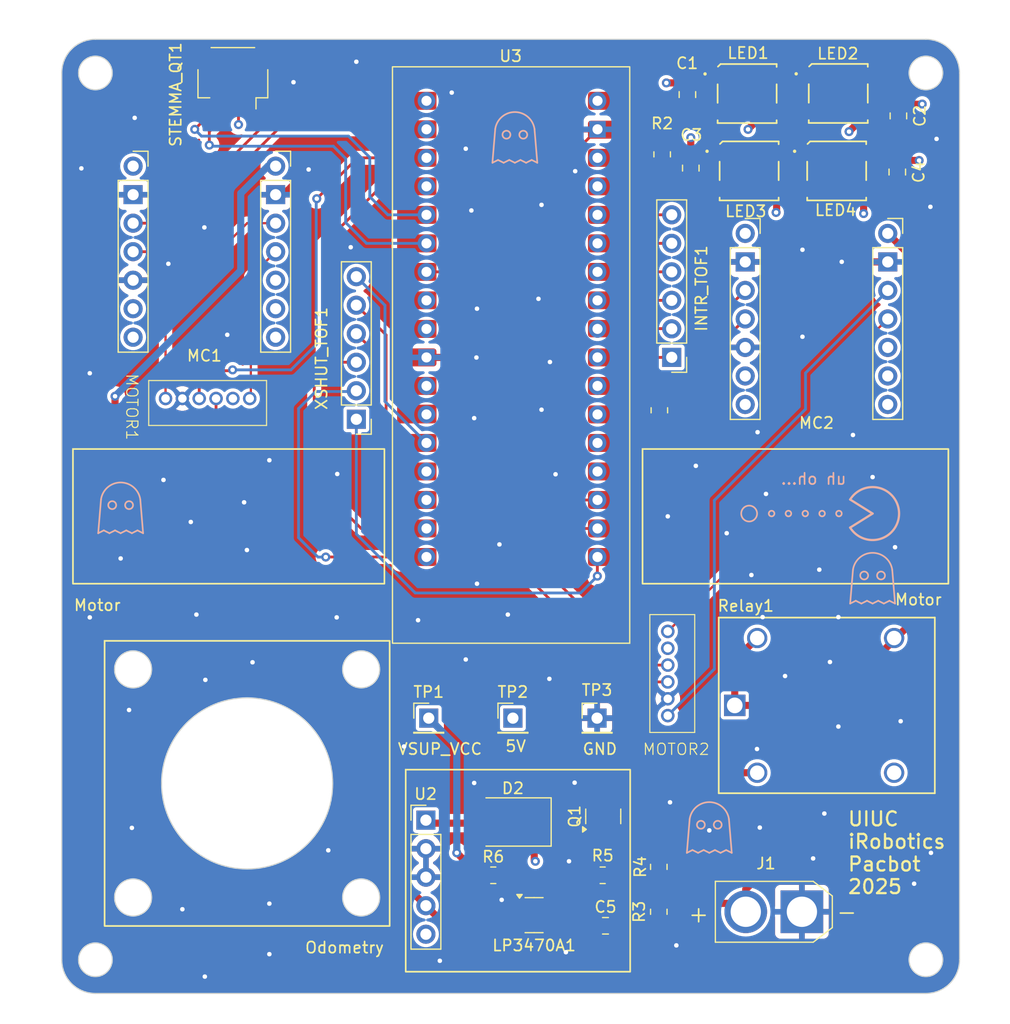
<source format=kicad_pcb>
(kicad_pcb (version 20240108) (generator "pcbnew") (generator_version "8.0")
  (layers (0 "F.Cu" power) (1 "In1.Cu" signal) (2 "In2.Cu" signal) (31 "B.Cu" power) (34 "B.Paste" user) (35 "F.Paste" user) (36 "B.SilkS" user "B.Silkscreen") (37 "F.SilkS" user "F.Silkscreen") (38 "B.Mask" user) (39 "F.Mask" user) (44 "Edge.Cuts" user))
  (net 0 "")
  (net 1 "/SERIAL_DATA_LINE")
  (net 2 "/+3.3V")
  (net 3 "/SERIAL_CLOCK_LINE")
  (net 4 "/GND")
  (net 5 "/INTR_TOF3")
  (net 6 "/INTR_TOF4")
  (net 7 "/INTR_TOF5")
  (net 8 "/INTR_TOF2")
  (net 9 "/INTR_TOF6")
  (net 10 "/INTR_TOF1")
  (net 11 "/BAT_12V")
  (net 12 "/12V")
  (net 13 "/MOTOR1_V-")
  (net 14 "/1_ENCA")
  (net 15 "/1_ENCB")
  (net 16 "/MOTOR1_V+")
  (net 17 "/MOTOR2_V-")
  (net 18 "/MOTOR2_V+")
  (net 19 "/2_ENCA")
  (net 20 "/2_ENCB")
  (net 22 "/5V")
  (net 23 "/IMU_INTR")
  (net 25 "Net-(D2-A)")
  (net 26 "/LED_DATA")
  (net 27 "/2_PWM2")
  (net 28 "/XSHUT_TOF2")
  (net 29 "/1_PWM2")
  (net 31 "/XSHUT_TOF6")
  (net 32 "/XSHUT_TOF1")
  (net 33 "/1_PWM1")
  (net 35 "/XSHUT_TOF5")
  (net 36 "/XSHUT_TOF3")
  (net 37 "/XSHUT_TOF4")
  (net 39 "/2_PWM1")
  (net 40 "Net-(LP3470A1-VCC)")
  (net 42 "Net-(LED1-DIN)")
  (net 43 "Net-(LED3-DOUT)")
  (net 44 "Net-(LED1-DOUT)")
  (net 45 "Net-(LED2-DOUT)")
  (net 64 "Net-(LP3470A1-RESET)")
  (net 65 "Net-(Q1-D)")
  (footprint "Capacitor_SMD:C_0805_2012Metric_Pad1.18x1.45mm_HandSolder" (layer "F.Cu") (at 160 140.25)
    (property "Reference" "C5")
    (property "Value" "0.1uF")
  )
  (footprint "Package_TO_SOT_SMD:SOT-23" (layer "F.Cu") (at 159.8 130.5 90)
    (property "Reference" "Q1")
    (property "Value" "NMOS")
  )
  (footprint "board1_footprints:Neopixels 5050" (layer "F.Cu") (at 172.8 73)
    (property "Reference" "LED3")
    (property "Value" "Neopixel")
  )
  (footprint "board1_footprints:J107" (layer "F.Cu") (at 171.517922 120.615 90)
    (property "Reference" "Relay1")
    (property "Value" "J107F1CS1224VDC.36")
  )
  (footprint "Capacitor_SMD:C_0805_2012Metric_Pad1.18x1.45mm_HandSolder" (layer "F.Cu") (at 167.3 66.2 -90)
    (property "Reference" "C1")
    (property "Value" "0.1uF")
  )
  (footprint "board1_footprints:DRV8876" (layer "F.Cu") (at 124.26 66.7175)
    (property "Reference" "MC1")
    (property "Value" "DRV8876")
  )
  (footprint "Connector_PinHeader_2.54mm:PinHeader_1x01_P2.54mm_Vertical" (layer "F.Cu") (at 144.25 121.75)
    (property "Reference" "TP1")
    (property "Value" "VSUP_VCC")
  )
  (footprint "Resistor_SMD:R_0805_2012Metric_Pad1.20x1.40mm_HandSolder" (layer "F.Cu") (at 164.8 94.325 90)
    (property "Reference" "R1" (hide yes))
    (property "Value" "4.7k")
  )
  (footprint "board1_footprints:ProS3_TH (1)" (layer "F.Cu") (at 151.69 87.075)
    (property "Reference" "U3")
    (property "Value" "ProS3")
  )
  (footprint "Resistor_SMD:R_0805_2012Metric_Pad1.20x1.40mm_HandSolder" (layer "F.Cu") (at 165.05 71.525 90)
    (property "Reference" "R2")
    (property "Value" "500")
  )
  (footprint "board1_footprints:Neopixels 5050" (layer "F.Cu") (at 172.62 66.11)
    (property "Reference" "LED1")
    (property "Value" "Neopixel")
  )
  (footprint "board1_footprints:DRV8876" (layer "F.Cu") (at 178.8 72.7075)
    (property "Reference" "MC2")
    (property "Value" "DRV8876")
  )
  (footprint "Resistor_SMD:R_0805_2012Metric" (layer "F.Cu") (at 150 135.75)
    (property "Reference" "R6")
    (property "Value" "10k")
  )
  (footprint "Resistor_SMD:R_0805_2012Metric" (layer "F.Cu") (at 159.75 135.75)
    (property "Reference" "R5")
    (property "Value" "10k")
  )
  (footprint "Connector_JST:JST_SH_SM04B-SRSS-TB_1x04-1MP_P1.00mm_Horizontal" (layer "F.Cu") (at 126.8 64.7 180)
    (property "Reference" "STEMMA_QT1")
    (property "Value" "TOF_STEMMA")
  )
  (footprint "Resistor_SMD:R_0805_2012Metric" (layer "F.Cu") (at 164.75 135 90)
    (property "Reference" "R4")
    (property "Value" "10k")
  )
  (footprint "Connector_PinHeader_2.54mm:PinHeader_1x06_P2.54mm_Vertical" (layer "F.Cu") (at 165.9 89.61 180)
    (property "Reference" "INTR_TOF1")
    (property "Value" "Conn_01x06_Socket2")
  )
  (footprint "Connector_PinHeader_2.54mm:PinHeader_1x01_P2.54mm_Vertical" (layer "F.Cu") (at 159.25 121.75)
    (property "Reference" "TP3")
    (property "Value" "GND")
  )
  (footprint "board1_footprints:Neopixels 5050" (layer "F.Cu") (at 180.6 73)
    (property "Reference" "LED4")
    (property "Value" "Neopixel")
  )
  (footprint "board1_footprints:ZH1.5-6" (layer "F.Cu") (at 128.3 93.275 -90)
    (property "Reference" "MOTOR1")
    (property "Value" "Conn_01x06_Pin")
  )
  (footprint "Connector_AMASS:AMASS_XT30U-M_1x02_P5.0mm_Vertical" (layer "F.Cu") (at 177.5 139 180)
    (property "Reference" "J1")
    (property "Value" "XT30 Male Connector")
  )
  (footprint "Diode_SMD:D_SMB" (layer "F.Cu") (at 151.5 131 180)
    (property "Reference" "D2")
    (property "Value" "D")
  )
  (footprint "Connector_PinHeader_2.54mm:PinHeader_1x05_P2.54mm_Vertical" (layer "F.Cu") (at 144 130.84)
    (property "Reference" "U2")
    (property "Value" "D24V50F5")
  )
  (footprint "Capacitor_SMD:C_0805_2012Metric_Pad1.18x1.45mm_HandSolder" (layer "F.Cu") (at 186.1 68.1 -90)
    (property "Reference" "C2")
    (property "Value" "0.1uF")
  )
  (footprint "Connector_PinHeader_2.54mm:PinHeader_1x06_P2.54mm_Vertical" (layer "F.Cu") (at 137.8 95.125 180)
    (property "Reference" "XSHUT_TOF1")
    (property "Value" "Conn_01x06_Socket" (hide yes))
  )
  (footprint "Capacitor_SMD:C_0805_2012Metric_Pad1.18x1.45mm_HandSolder" (layer "F.Cu") (at 167.6 72.75 -90)
    (property "Reference" "C3")
    (property "Value" "0.1uF")
  )
  (footprint "Connector_PinHeader_2.54mm:PinHeader_1x01_P2.54mm_Vertical" (layer "F.Cu") (at 151.75 121.75)
    (property "Reference" "TP2")
    (property "Value" "5V")
  )
  (footprint "board1_footprints:Neopixels 5050" (layer "F.Cu") (at 180.7413 66.1)
    (property "Reference" "LED2")
    (property "Value" "Neopixel")
  )
  (footprint "Resistor_SMD:R_0805_2012Metric" (layer "F.Cu") (at 164.75 139 -90)
    (property "Reference" "R3")
    (property "Value" "15k")
  )
  (footprint "Capacitor_SMD:C_0805_2012Metric_Pad1.18x1.45mm_HandSolder" (layer "F.Cu") (at 186 73.1 -90)
    (property "Reference" "C4")
    (property "Value" "0.1uF")
  )
  (footprint "board1_footprints:ZH1.5-6" (layer "F.Cu") (at 165.55 114.025)
    (property "Reference" "MOTOR2")
    (property "Value" "Conn_01x06_Pin")
  )
  (footprint "Package_TO_SOT_SMD:SOT-23-5" (layer "F.Cu") (at 153.6375 139.3)
    (property "Reference" "LP3470A1")
    (property "Value" "~")
  )
  (gr_line (start 167.5 130.75) (end 167.25 133.75) (stroke (width 0.15)) (layer "B.SilkS"))
  (gr_line (start 167.25 133.75) (end 167.75 133.5) (stroke (width 0.15)) (layer "B.SilkS"))
  (gr_line (start 170.75 133.5) (end 171.25 133.75) (stroke (width 0.15)) (layer "B.SilkS"))
  (gr_line (start 150.925 72.275) (end 151.425 72.025) (stroke (width 0.15)) (layer "B.SilkS"))
  (gr_line (start 115.799999 105.275) (end 116.299999 105.025) (stroke (width 0.15)) (layer "B.SilkS"))
  (gr_line (start 117.799999 105.275) (end 118.299999 105.025) (stroke (width 0.15)) (layer "B.SilkS"))
  (gr_line (start 171 130.75) (end 171.25 133.75) (stroke (width 0.15)) (layer "B.SilkS"))
  (gr_circle (center 183.05 109.042766) (end 182.8 108.792766) (stroke (width 0.15)) (fill none) (layer "B.SilkS"))
  (gr_arc (start 150.175001 69.275) (mid 151.925 67.757234) (end 153.674999 69.275) (stroke (width 0.15)) (layer "B.SilkS"))
  (gr_arc (start 181.8 102.275) (mid 186.158493 103.525) (end 181.8 104.775) (stroke (width 0.2)) (layer "B.SilkS"))
  (gr_line (start 181.8 111.542766) (end 182.3 111.292766) (stroke (width 0.15)) (layer "B.SilkS"))
  (gr_line (start 185.3 111.292766) (end 185.8 111.542766) (stroke (width 0.15)) (layer "B.SilkS"))
  (gr_arc (start 115.05 102.275) (mid 116.799999 100.757234) (end 118.549998 102.275) (stroke (width 0.15)) (layer "B.SilkS"))
  (gr_line (start 149.925 72.275) (end 150.425 72.025) (stroke (width 0.15)) (layer "B.SilkS"))
  (gr_line (start 116.799999 105.275) (end 117.299999 105.025) (stroke (width 0.15)) (layer "B.SilkS"))
  (gr_circle (center 174.8 103.525) (end 174.8 103.275) (stroke (width 0.15)) (fill none) (layer "B.SilkS"))
  (gr_line (start 183.3 111.292766) (end 183.8 111.542766) (stroke (width 0.15)) (layer "B.SilkS"))
  (gr_line (start 168.75 133.5) (end 169.25 133.75) (stroke (width 0.15)) (layer "B.SilkS"))
  (gr_arc (start 182.050001 108.542766) (mid 183.8 107.025) (end 185.549999 108.542766) (stroke (width 0.15)) (layer "B.SilkS"))
  (gr_arc (start 167.500001 130.75) (mid 169.25 129.232234) (end 170.999999 130.75) (stroke (width 0.15)) (layer "B.SilkS"))
  (gr_circle (center 180.8 103.525) (end 180.55 103.525) (stroke (width 0.15)) (fill none) (layer "B.SilkS"))
  (gr_circle (center 152.675 69.775) (end 152.425 69.525) (stroke (width 0.15)) (fill none) (layer "B.SilkS"))
  (gr_line (start 185.55 108.542766) (end 185.8 111.542766) (stroke (width 0.15)) (layer "B.SilkS"))
  (gr_circle (center 184.55 109.042766) (end 184.3 108.792766) (stroke (width 0.15)) (fill none) (layer "B.SilkS"))
  (gr_line (start 170.25 133.75) (end 170.75 133.5) (stroke (width 0.15)) (layer "B.SilkS"))
  (gr_line (start 152.925 72.275) (end 153.425 72.025) (stroke (width 0.15)) (layer "B.SilkS"))
  (gr_line (start 117.299999 105.025) (end 117.799999 105.275) (stroke (width 0.15)) (layer "B.SilkS"))
  (gr_line (start 183.8 111.542766) (end 184.3 111.292766) (stroke (width 0.15)) (layer "B.SilkS"))
  (gr_line (start 150.175 69.275) (end 149.925 72.275) (stroke (width 0.15)) (layer "B.SilkS"))
  (gr_line (start 114.799999 105.275) (end 115.299999 105.025) (stroke (width 0.15)) (layer "B.SilkS"))
  (gr_line (start 153.425 72.025) (end 153.925 72.275) (stroke (width 0.15)) (layer "B.SilkS"))
  (gr_line (start 151.925 72.275) (end 152.425 72.025) (stroke (width 0.15)) (layer "B.SilkS"))
  (gr_circle (center 179.3 103.525) (end 179.05 103.525) (stroke (width 0.15)) (fill none) (layer "B.SilkS"))
  (gr_line (start 167.75 133.5) (end 168.25 133.75) (stroke (width 0.15)) (layer "B.SilkS"))
  (gr_line (start 151.425 72.025) (end 151.925 72.275) (stroke (width 0.15)) (layer "B.SilkS"))
  (gr_line (start 152.425 72.025) (end 152.925 72.275) (stroke (width 0.15)) (layer "B.SilkS"))
  (gr_line (start 169.75 133.5) (end 170.25 133.75) (stroke (width 0.15)) (layer "B.SilkS"))
  (gr_line (start 115.049999 102.275) (end 114.799999 105.275) (stroke (width 0.15)) (layer "B.SilkS"))
  (gr_circle (center 176.3 103.525) (end 176.05 103.525) (stroke (width 0.15)) (fill none) (layer "B.SilkS"))
  (gr_line (start 182.05 108.542766) (end 181.8 111.542766) (stroke (width 0.15)) (layer "B.SilkS"))
  (gr_circle (center 116.049999 102.775) (end 115.799999 102.525) (stroke (width 0.15)) (fill none) (layer "B.SilkS"))
  (gr_line (start 118.299999 105.025) (end 118.799999 105.275) (stroke (width 0.15)) (layer "B.SilkS"))
  (gr_line (start 184.8 111.542766) (end 185.3 111.292766) (stroke (width 0.15)) (layer "B.SilkS"))
  (gr_line (start 168.25 133.75) (end 168.75 133.5) (stroke (width 0.15)) (layer "B.SilkS"))
  (gr_line (start 184.3 111.292766) (end 184.8 111.542766) (stroke (width 0.15)) (layer "B.SilkS"))
  (gr_line (start 150.425 72.025) (end 150.925 72.275) (stroke (width 0.15)) (layer "B.SilkS"))
  (gr_line (start 181.8 102.275) (end 183.8 103.525) (stroke (width 0.2)) (layer "B.SilkS"))
  (gr_line (start 182.8 111.542766) (end 183.3 111.292766) (stroke (width 0.15)) (layer "B.SilkS"))
  (gr_line (start 182.3 111.292766) (end 182.8 111.542766) (stroke (width 0.15)) (layer "B.SilkS"))
  (gr_circle (center 168.5 131.25) (end 168.25 131) (stroke (width 0.15)) (fill none) (layer "B.SilkS"))
  (gr_line (start 118.549999 102.275) (end 118.799999 105.275) (stroke (width 0.15)) (layer "B.SilkS"))
  (gr_line (start 153.675 69.275) (end 153.925 72.275) (stroke (width 0.15)) (layer "B.SilkS"))
  (gr_line (start 115.299999 105.025) (end 115.799999 105.275) (stroke (width 0.15)) (layer "B.SilkS"))
  (gr_line (start 181.8 104.775) (end 183.8 103.525) (stroke (width 0.2)) (layer "B.SilkS"))
  (gr_circle (center 170 131.25) (end 169.75 131) (stroke (width 0.15)) (fill none) (layer "B.SilkS"))
  (gr_line (start 169.25 133.75) (end 169.75 133.5) (stroke (width 0.15)) (layer "B.SilkS"))
  (gr_circle (center 172.8 103.525) (end 172.3 103.025) (stroke (width 0.15)) (fill none) (layer "B.SilkS"))
  (gr_circle (center 177.8 103.525) (end 177.55 103.525) (stroke (width 0.15)) (fill none) (layer "B.SilkS"))
  (gr_line (start 116.299999 105.025) (end 116.799999 105.275) (stroke (width 0.15)) (layer "B.SilkS"))
  (gr_circle (center 151.175 69.775) (end 150.925 69.525) (stroke (width 0.15)) (fill none) (layer "B.SilkS"))
  (gr_circle (center 117.549999 102.775) (end 117.299999 102.525) (stroke (width 0.15)) (fill none) (layer "B.SilkS"))
  (gr_rect (start 112.55 97.775) (end 140.3 109.775) (stroke (width 0.15)) (fill none) (layer "F.SilkS"))
  (gr_rect (start 163.3 97.775) (end 190.55 109.775) (stroke (width 0.15)) (fill none) (layer "F.SilkS"))
  (gr_rect (start 115.37 114.865) (end 140.77 140.265) (stroke (width 0.15)) (fill none) (layer "F.SilkS"))
  (gr_rect (start 142.2 126.34) (end 162.2 144.34) (stroke (width 0.15)) (fill none) (layer "F.SilkS"))
  (gr_line (start 188.55 146.275) (end 114.55 146.275) (stroke (width 0.1)) (layer "Edge.Cuts"))
  (gr_arc (start 188.55 61.275) (mid 190.67132 62.15368) (end 191.55 64.275) (stroke (width 0.1)) (layer "Edge.Cuts"))
  (gr_line (start 114.55 61.275) (end 188.55 61.275) (stroke (width 0.1)) (layer "Edge.Cuts"))
  (gr_circle (center 128.07 127.565) (end 135.69 127.565) (stroke (width 0.1)) (fill none) (layer "Edge.Cuts"))
  (gr_line (start 111.55 143.275) (end 111.55 64.275) (stroke (width 0.1)) (layer "Edge.Cuts"))
  (gr_circle (center 138.23 117.405) (end 139.881 117.405) (stroke (width 0.1)) (fill none) (layer "Edge.Cuts"))
  (gr_circle (center 117.91 137.725) (end 119.561 137.725) (stroke (width 0.1)) (fill none) (layer "Edge.Cuts"))
  (gr_line (start 191.55 64.275) (end 191.55 143.275) (stroke (width 0.1)) (layer "Edge.Cuts"))
  (gr_circle (center 114.55 143.275) (end 116.05 143.275) (stroke (width 0.1)) (fill none) (layer "Edge.Cuts"))
  (gr_circle (center 114.55 64.275) (end 116.05 64.275) (stroke (width 0.1)) (fill none) (layer "Edge.Cuts"))
  (gr_circle (center 117.91 117.405) (end 119.561 117.405) (stroke (width 0.1)) (fill none) (layer "Edge.Cuts"))
  (gr_arc (start 191.55 143.275) (mid 190.67132 145.39632) (end 188.55 146.275) (stroke (width 0.1)) (layer "Edge.Cuts"))
  (gr_circle (center 188.55 64.275) (end 190.05 64.275) (stroke (width 0.1)) (fill none) (layer "Edge.Cuts"))
  (gr_arc (start 114.55 146.275) (mid 112.42868 145.39632) (end 111.55 143.275) (stroke (width 0.1)) (layer "Edge.Cuts"))
  (gr_circle (center 188.55 143.275) (end 190.05 143.275) (stroke (width 0.1)) (fill none) (layer "Edge.Cuts"))
  (gr_arc (start 111.55 64.275) (mid 112.42868 62.15368) (end 114.55 61.275) (stroke (width 0.1)) (layer "Edge.Cuts"))
  (gr_circle (center 138.23 137.725) (end 139.881 137.725) (stroke (width 0.1)) (fill none) (layer "Edge.Cuts"))
  (gr_text "uh oh..." (at 181.55 101.025 0) (layer "B.SilkS") (effects (font (size 1 1)) (justify left bottom mirror)))
  (gr_text "VSUP_VCC\n" (at 145.25 124.5 0) (layer "F.SilkS") (effects (font (size 1 1))))
  (gr_text "Odometry" (at 133.15 142.775 0) (layer "F.SilkS") (effects (font (size 1 1)) (justify left bottom)))
  (gr_text "GND" (at 159.5 124.5 0) (layer "F.SilkS") (effects (font (size 1 1))))
  (gr_text "Motor" (at 112.55 112.275 0) (layer "F.SilkS") (effects (font (size 1 1)) (justify left bottom)))
  (gr_text "Motor" (at 190.05 111.775 0) (layer "F.SilkS") (effects (font (size 1 1)) (justify right bottom)))
  (gr_text "5V" (at 152 124.25 0) (layer "F.SilkS") (effects (font (size 1 1))))
  (gr_text "UIUC\niRobotics\nPacbot\n2025" (at 181.5 137.5 0) (layer "F.SilkS") (effects (font (size 1.25 1.25) (thickness 0.2)) (justify left bottom)))
  (segment (start 124.7 69.5) (end 126.3 67.9) (width 0.25) (layer "F.Cu") (net 1))
  (segment (start 126.3 67.9) (end 126.3 66.7) (width 0.25) (layer "F.Cu") (net 1))
  (segment (start 124.7 70.7) (end 124.7 69.5) (width 0.25) (layer "F.Cu") (net 1))
  (via (at 124.7 70.7) (size 0.8) (drill 0.4) (layers "F.Cu" "B.Cu") (net 1))
  (segment (start 136.85 77.6) (end 138.705 79.455) (width 0.25) (layer "B.Cu") (net 1))
  (segment (start 124.7 70.7) (end 124.8 70.8) (width 0.25) (layer "B.Cu") (net 1))
  (segment (start 135.75 70.8) (end 136.85 71.9) (width 0.25) (layer "B.Cu") (net 1))
  (segment (start 138.705 79.455) (end 144.05 79.455) (width 0.25) (layer "B.Cu") (net 1))
  (segment (start 124.8 70.8) (end 135.75 70.8) (width 0.25) (layer "B.Cu") (net 1))
  (segment (start 136.85 71.9) (end 136.85 77.6) (width 0.25) (layer "B.Cu") (net 1))
  (segment (start 127.3 68.875) (end 127.3 66.7) (width 0.254) (layer "F.Cu") (net 2))
  (segment (start 159.595 95) (end 159.29 94.695) (width 0.254) (layer "F.Cu") (net 2))
  (segment (start 164.475 95) (end 159.595 95) (width 0.5) (layer "F.Cu") (net 2))
  (via (at 127.3 68.875) (size 0.8) (drill 0.4) (layers "F.Cu" "B.Cu") (net 2))
  (segment (start 123.4 69.3) (end 125.3 67.4) (width 0.25) (layer "F.Cu") (net 3))
  (segment (start 125.3 67.4) (end 125.3 66.7) (width 0.25) (layer "F.Cu") (net 3))
  (via (at 123.4 69.3) (size 0.8) (drill 0.4) (layers "F.Cu" "B.Cu") (net 3))
  (segment (start 140.615 76.915) (end 144.05 76.915) (width 0.25) (layer "B.Cu") (net 3))
  (segment (start 124 69.9) (end 137.1 69.9) (width 0.25) (layer "B.Cu") (net 3))
  (segment (start 139 75.3) (end 140.615 76.915) (width 0.25) (layer "B.Cu") (net 3))
  (segment (start 137.1 69.9) (end 139 71.8) (width 0.25) (layer "B.Cu") (net 3))
  (segment (start 123.4 69.3) (end 124 69.9) (width 0.25) (layer "B.Cu") (net 3))
  (segment (start 139 71.8) (end 139 75.3) (width 0.25) (layer "B.Cu") (net 3))
  (segment (start 132.2 65.1) (end 130.6 66.7) (width 0.25) (layer "F.Cu") (net 4))
  (segment (start 130.61 75.1175) (end 131.3075 75.1175) (width 0.635) (layer "F.Cu") (net 4))
  (segment (start 177.75 138.75) (end 177.5 139) (width 0.635) (layer "F.Cu") (net 4))
  (segment (start 157.3 71.285) (end 159.29 69.295) (width 0.254) (layer "F.Cu") (net 4))
  (segment (start 131.3075 75.1175) (end 133.55 72.875) (width 0.635) (layer "F.Cu") (net 4))
  (segment (start 150.75 137.938408) (end 152.111592 139.3) (width 0.25) (layer "F.Cu") (net 4))
  (segment (start 176.0375 137.5375) (end 177.5 139) (width 0.635) (layer "F.Cu") (net 4))
  (segment (start 130.6 66.7) (end 128.3 66.7) (width 0.25) (layer "F.Cu") (net 4))
  (segment (start 185.15 81.1075) (end 181.0575 81.1075) (width 0.635) (layer "F.Cu") (net 4))
  (segment (start 144.05 89.615) (end 148.49 89.615) (width 0.635) (layer "F.Cu") (net 4))
  (segment (start 152.111592 139.3) (end 152.5 139.3) (width 0.25) (layer "F.Cu") (net 4))
  (segment (start 177.35 138.975) (end 178.5 137.825) (width 0.635) (layer "F.Cu") (net 4))
  (segment (start 148.49 89.615) (end 148.5 89.625) (width 0.635) (layer "F.Cu") (net 4))
  (segment (start 159.32 69.325) (end 159.29 69.295) (width 0.254) (layer "F.Cu") (net 4))
  (segment (start 160.19 69.325) (end 159.32 69.325) (width 0.254) (layer "F.Cu") (net 4))
  (segment (start 181.0575 81.1075) (end 181.05 81.1) (width 0.635) (layer "F.Cu") (net 4))
  (segment (start 157.3 73.025) (end 157.3 71.285) (width 0.254) (layer "F.Cu") (net 4))
  (via (at 123.05 104.275) (size 0.8) (drill 0.4) (layers "F.Cu" "B.Cu") (net 4))
  (via (at 121.05 81.275) (size 0.8) (drill 0.4) (layers "F.Cu" "B.Cu") (net 4))
  (via (at 183.8 100.275) (size 0.8) (drill 0.4) (layers "F.Cu" "B.Cu") (net 4))
  (via (at 127.8 102.525) (size 0.8) (drill 0.4) (layers "F.Cu" "B.Cu") (net 4))
  (via (at 133.55 72.875) (size 0.8) (drill 0.4) (layers "F.Cu" "B.Cu") (net 4))
  (via (at 179.05 108.525) (size 0.8) (drill 0.4) (layers "F.Cu" "B.Cu") (net 4))
  (via (at 165.75 129.25) (size 0.8) (drill 0.4) (layers "F.Cu" "B.Cu") (net 4))
  (via (at 124.3 144.775) (size 0.8) (drill 0.4) (layers "F.Cu" "B.Cu") (net 4))
  (via (at 173.55 96.275) (size 0.8) (drill 0.4) (layers "F.Cu" "B.Cu") (net 4))
  (via (at 177.55 87.775) (size 0.8) (drill 0.4) (layers "F.Cu" "B.Cu") (net 4))
  (via (at 179.5 130.25) (size 0.8) (drill 0.4) (layers "F.Cu" "B.Cu") (net 4))
  (via (at 118.05 68.275) (size 0.8) (drill 0.4) (layers "F.Cu" "B.Cu") (net 4))
  (via (at 147.55 71.025) (size 0.8) (drill 0.4) (layers "F.Cu" "B.Cu") (net 4))
  (via (at 156.75 134.5) (size 0.8) (drill 0.4) (layers "F.Cu" "B.Cu") (net 4))
  (via (at 157.25 127.5) (size 0.8) (drill 0.4) (layers "F.Cu" "B.Cu") (net 4))
  (via (at 154.028803 84.397554) (size 0.8) (drill 0.4) (layers "F.Cu" "B.Cu") (net 4))
  (via (at 188.95 76.2) (size 0.8) (drill 0.4) (layers "F.Cu" "B.Cu") (net 4))
  (via (at 177.55 80.025) (size 0.8) (drill 0.4) (layers "F.Cu" "B.Cu") (net 4))
  (via (at 126.3 87.6) (size 0.8) (drill 0.4) (layers "F.Cu" "B.Cu") (net 4))
  (via (at 123.55 112.525) (size 0.8) (drill 0.4) (layers "F.Cu" "B.Cu") (net 4))
  (via (at 130.05 98.775) (size 0.8) (drill 0.4) (layers "F.Cu" "B.Cu") (net 4))
  (via (at 146.3 66.025) (size 0.8) (drill 0.4) (layers "F.Cu" "B.Cu") (net 4))
  (via (at 154.3 76.025) (size 0.8) (drill 0.4) (layers "F.Cu" "B.Cu") (net 4))
  (via (at 148.5 89.625) (size 0.8) (drill 0.4) (layers "F.Cu" "B.Cu") (net 4))
  (via (at 136.05 112.775) (size 0.8) (drill 0.4) (layers "F.Cu" "B.Cu") (net 4))
  (via (at 180.75 122.5) (size 0.8) (drill 0.4) (layers "F.Cu" "B.Cu") (net 4))
  (via (at 156.472843 142.601467) (size 0.8) (drill 0.4) (layers "F.Cu" "B.Cu") (net 4))
  (via (at 150.55 106.275) (size 0.8) (drill 0.4) (layers "F.Cu" "B.Cu") (net 4))
  (via (at 186.3 122.025) (size 0.8) (drill 0.4) (layers "F.Cu" "B.Cu") (net 4))
  (via (at 130.05 138.275) (size 0.8) (drill 0.4) (layers "F.Cu" "B.Cu") (net 4))
  (via (at 116.8 107.525) (size 0.8) (drill 0.4) (layers "F.Cu" "B.Cu") (net 4))
  (via (at 181.05 81.1) (size 0.8) (drill 0.4) (layers "F.Cu" "B.Cu") (net 4))
  (via (at 185.8 106.525) (size 0.8) (drill 0.4) (layers "F.Cu" "B.Cu") (net 4))
  (via (at 148.05 76.525) (size 0.8) (drill 0.4) (layers "F.Cu" "B.Cu") (net 4))
  (via (at 132.2 65.1) (size 0.8) (drill 0.4) (layers "F.Cu" "B.Cu") (net 4))
  (via (at 189 133.75) (size 0.8) (drill 0.4) (layers "F.Cu" "B.Cu") (net 4))
  (via (at 117.8 131.525) (size 0.8) (drill 0.4) (layers "F.Cu" "B.Cu") (net 4))
  (via (at 124.347233 118.340958) (size 0.8) (drill 0.4) (layers "F.Cu" "B.Cu") (net 4))
  (via (at 187.5 136.5) (size 0.8) (drill 0.4) (layers "F.Cu" "B.Cu") (net 4))
  (via (at 189.5 70.15) (size 0.8) (drill 0.4) (layers "F.Cu" "B.Cu") (net 4))
  (via (at 174.3 101.775) (size 0.8) (drill 0.4) (layers "F.Cu" "B.Cu") (net 4))
  (via (at 114.05 91.025) (size 0.8) (drill 0.4) (layers "F.Cu" "B.Cu") (net 4))
  (via (at 173.5 124.5) (size 0.8) (drill 0.4) (layers "F.Cu" "B.Cu") (net 4))
  (via (at 154.3 94.275) (size 0.8) (drill 0.4) (layers "F.Cu" "B.Cu") (net 4))
  (via (at 173 109) (size 0.8) (drill 0.4) (layers "F.Cu" "B.Cu") (net 4))
  (via (at 122.3 138.775) (size 0.8) (drill 0.4) (layers "F.Cu" "B.Cu") (net 4))
  (via (at 114.05 112.775) (size 0.8) (drill 0.4) (layers "F.Cu" "B.Cu") (net 4))
  (via (at 165.55 103.775) (size 0.8) (drill 0.4) (layers "F.Cu" "B.Cu") (net 4))
  (via (at 155.55 100.025) (size 0.8) (drill 0.4) (layers "F.Cu" "B.Cu") (net 4))
  (via (at 169.25 131.75) (size 0.8) (drill 0.4) (layers "F.Cu" "B.Cu") (net 4))
  (via (at 135.3 133.525) (size 0.8) (drill 0.4) (layers "F.Cu" "B.Cu") (net 4))
  (via (at 137.3 79.8) (size 0.8) (drill 0.4) (layers "F.Cu" "B.Cu") (net 4))
  (via (at 178.5 134.25) (size 0.8) (drill 0.4) (layers "F.Cu" "B.Cu") (net 4))
  (via (at 155.05 90.025) (size 0.8) (drill 0.4) (layers "F.Cu" "B.Cu") (net 4))
  (via (at 128.55 116.775) (size 0.8) (drill 0.4) (layers "F.Cu" "B.Cu") (net 4))
  (via (at 168.05 99.275) (size 0.8) (drill 0.4) (layers "F.Cu" "B.Cu") (net 4))
  (via (at 142.05 124.275) (size 0.8) (drill 0.4) (layers "F.Cu" "B.Cu") (net 4))
  (via (at 113.3 72.775) (size 0.8) (drill 0.4) (layers "F.Cu" "B.Cu") (net 4))
  (via (at 150.75 137.938408) (size 0.8) (drill 0.4) (layers "F.Cu" "B.Cu") (net 4))
  (via (at 176 118) (size 0.8) (drill 0.4) (layers "F.Cu" "B.Cu") (net 4))
  (via (at 182.05 96.525) (size 0.8) (drill 0.4) (layers "F.Cu" "B.Cu") (net 4))
  (via (at 155 118.25) (size 0.8) (drill 0.4) (layers "F.Cu" "B.Cu") (net 4))
  (via (at 157.3 73.025) (size 0.8) (drill 0.4) (layers "F.Cu" "B.Cu") (net 4))
  (via (at 148.55 85.275) (size 0.8) (drill 0.4) (layers "F.Cu" "B.Cu") (net 4))
  (via (at 120.616501 100.529891) (size 0.8) (drill 0.4) (layers "F.Cu" "B.Cu") (net 4))
  (via (at 174 112.75) (size 0.8) (drill 0.4) (layers "F.Cu" "B.Cu") (net 4))
  (via (at 145.239722 143.366154) (size 0.8) (drill 0.4) (layers "F.Cu" "B.Cu") (net 4))
  (via (at 151.3 112.525) (size 0.8) (drill 0.4) (layers "F.Cu" "B.Cu") (net 4))
  (via (at 136.1 100) (size 0.8) (drill 0.4) (layers "F.Cu" "B.Cu") (net 4))
  (via (at 148.55 109.775) (size 0.8) (drill 0.4) (layers "F.Cu" "B.Cu") (net 4))
  (via (at 173.75 131.5) (size 0.8) (drill 0.4) (layers "F.Cu" "B.Cu") (net 4))
  (via (at 148.3 127.525) (size 0.8) (drill 0.4) (layers "F.Cu" "B.Cu") (net 4))
  (via (at 128.05 106.775) (size 0.8) (drill 0.4) (layers "F.Cu" "B.Cu") (net 4))
  (via (at 170.8 105.275) (size 0.8) (drill 0.4) (layers "F.Cu" "B.Cu") (net 4))
  (via (at 166.313448 141.995174) (size 0.8) (drill 0.4) (layers "F.Cu" "B.Cu") (net 4))
  (via (at 180 116.75) (size 0.8) (drill 0.4) (layers "F.Cu" "B.Cu") (net 4))
  (via (at 143.3 113.025) (size 0.8) (drill 0.4) (layers "F.Cu" "B.Cu") (net 4))
  (via (at 137.8 63.275) (size 0.8) (drill 0.4) (layers "F.Cu" "B.Cu") (net 4))
  (via (at 124.26 78.035) (size 0.8) (drill 0.4) (layers "F.Cu" "B.Cu") (net 4))
  (via (at 147.55 116.525) (size 0.8) (drill 0.4) (layers "F.Cu" "B.Cu") (net 4))
  (via (at 117.55 121.025) (size 0.8) (drill 0.4) (layers "F.Cu" "B.Cu") (net 4))
  (via (at 130.05 142.775) (size 0.8) (drill 0.4) (layers "F.Cu" "B.Cu") (net 4))
  (via (at 148.3 95.025) (size 0.8) (drill 0.4) (layers "F.Cu" "B.Cu") (net 4))
  (via (at 180.75 112.75) (size 0.8) (drill 0.4) (layers "F.Cu" "B.Cu") (net 4))
  (segment (start 165.895 81.995) (end 165.9 81.99) (width 0.254) (layer "F.Cu") (net 5))
  (segment (start 160.1925 81.995) (end 165.895 81.995) (width 0.254) (layer "F.Cu") (net 5))
  (segment (start 160.1925 84.53) (end 165.9 84.53) (width 0.254) (layer "F.Cu") (net 6))
  (segment (start 165.88 87.05) (end 165.9 87.07) (width 0.254) (layer "F.Cu") (net 7))
  (segment (start 160.1925 87.05) (end 165.88 87.05) (width 0.254) (layer "F.Cu") (net 7))
  (segment (start 165.895 79.455) (end 165.9 79.45) (width 0.254) (layer "F.Cu") (net 8))
  (segment (start 160.1925 79.455) (end 165.895 79.455) (width 0.254) (layer "F.Cu") (net 8))
  (segment (start 160.1925 89.615) (end 165.895 89.615) (width 0.25) (layer "F.Cu") (net 9))
  (segment (start 165.895 89.615) (end 165.9 89.61) (width 0.25) (layer "F.Cu") (net 9))
  (segment (start 165.685 77.035) (end 165.8 76.92) (width 0.254) (layer "F.Cu") (net 10))
  (segment (start 165.9 76.91) (end 164.56 76.91) (width 0.25) (layer "F.Cu") (net 10))
  (segment (start 164.56 76.91) (end 164.555 76.915) (width 0.25) (layer "F.Cu") (net 10))
  (segment (start 160.1925 76.915) (end 164.555 76.915) (width 0.254) (layer "F.Cu") (net 10))
  (segment (start 171.5 140) (end 172.5 139) (width 0.25) (layer "F.Cu") (net 11))
  (segment (start 171.5 138) (end 172.5 139) (width 0.635) (layer "F.Cu") (net 11))
  (segment (start 171.517922 120.615) (end 171.517922 116.614997) (width 0.635) (layer "F.Cu") (net 11))
  (segment (start 172.5 137) (end 177.25 132.25) (width 0.635) (layer "F.Cu") (net 11))
  (segment (start 172.5 139.5) (end 172.5 139) (width 0.25) (layer "F.Cu") (net 11))
  (segment (start 172.5 139) (end 172.5 137) (width 0.635) (layer "F.Cu") (net 11))
  (segment (start 177.25 132.25) (end 177.25 122) (width 0.635) (layer "F.Cu") (net 11))
  (segment (start 172.75 139.25) (end 172.5 139) (width 0.254) (layer "F.Cu") (net 11))
  (segment (start 171.75 138.25) (end 172.5 139) (width 0.635) (layer "F.Cu") (net 11))
  (segment (start 171.517922 116.614997) (end 173.517918 114.615001) (width 0.635) (layer "F.Cu") (net 11))
  (segment (start 164.75 138.0875) (end 164.75 135.9125) (width 0.635) (layer "F.Cu") (net 11))
  (segment (start 172.5 140) (end 172.5 139) (width 0.254) (layer "F.Cu") (net 11))
  (segment (start 175.865 120.615) (end 171.517922 120.615) (width 0.635) (layer "F.Cu") (net 11))
  (segment (start 172.5 139) (end 172.767922 138.732078) (width 0.635) (layer "F.Cu") (net 11))
  (segment (start 164.9125 138.25) (end 171.75 138.25) (width 0.635) (layer "F.Cu") (net 11))
  (segment (start 164.75 138.0875) (end 164.9125 138.25) (width 0.635) (layer "F.Cu") (net 11))
  (segment (start 177.25 122) (end 175.865 120.615) (width 0.635) (layer "F.Cu") (net 11))
  (segment (start 185.15 78.5675) (end 188.5 81.9175) (width 0.635) (layer "F.Cu") (net 12))
  (segment (start 180.25 144.25) (end 149.79 144.25) (width 0.635) (layer "F.Cu") (net 12))
  (segment (start 183 117.5) (end 183 141.5) (width 0.635) (layer "F.Cu") (net 12))
  (segment (start 116.3 101.05) (end 116.3 93.075) (width 0.635) (layer "F.Cu") (net 12))
  (segment (start 183 141.5) (end 180.25 144.25) (width 0.635) (layer "F.Cu") (net 12))
  (segment (start 188.5 81.9175) (end 188.5 112) (width 0.635) (layer "F.Cu") (net 12))
  (segment (start 139.25 124) (end 116.3 101.05) (width 0.635) (layer "F.Cu") (net 12))
  (segment (start 149.79 144.25) (end 144 138.46) (width 0.635) (layer "F.Cu") (net 12))
  (segment (start 188.5 112) (end 183 117.5) (width 0.635) (layer "F.Cu") (net 12))
  (segment (start 144 138.46) (end 139.25 133.71) (width 0.635) (layer "F.Cu") (net 12))
  (segment (start 139.25 133.71) (end 139.25 124) (width 0.635) (layer "F.Cu") (net 12))
  (via (at 116.3 93.075) (size 0.8) (drill 0.4) (layers "F.Cu" "B.Cu") (net 12))
  (segment (start 127.5 75) (end 129.9225 72.5775) (width 0.635) (layer "B.Cu") (net 12))
  (segment (start 127.5 81.875) (end 127.5 75) (width 0.635) (layer "B.Cu") (net 12))
  (segment (start 129.9225 72.5775) (end 130.61 72.5775) (width 0.635) (layer "B.Cu") (net 12))
  (segment (start 116.3 93.075) (end 127.5 81.875) (width 0.635) (layer "B.Cu") (net 12))
  (segment (start 128.4 82.4075) (end 128.4 93.175) (width 0.2) (layer "F.Cu") (net 13))
  (segment (start 128.4 93.175) (end 128.3 93.275) (width 0.2) (layer "F.Cu") (net 13))
  (segment (start 130.61 80.1975) (end 128.4 82.4075) (width 0.2) (layer "F.Cu") (net 13))
  (segment (start 126.7 90.8) (end 126.775 90.725) (width 0.25) (layer "F.Cu") (net 14))
  (segment (start 125.35 90.8) (end 126.7 90.8) (width 0.25) (layer "F.Cu") (net 14))
  (segment (start 137.915 71.835) (end 143.1875 71.835) (width 0.25) (layer "F.Cu") (net 14))
  (segment (start 123.8 93.275) (end 123.8 92.35) (width 0.25) (layer "F.Cu") (net 14))
  (segment (start 134.275 75.475) (end 137.915 71.835) (width 0.25) (layer "F.Cu") (net 14))
  (segment (start 123.8 92.35) (end 125.35 90.8) (width 0.25) (layer "F.Cu") (net 14))
  (via (at 126.775 90.725) (size 0.8) (drill 0.4) (layers "F.Cu" "B.Cu") (net 14))
  (via (at 134.275 75.475) (size 0.8) (drill 0.4) (layers "F.Cu" "B.Cu") (net 14))
  (segment (start 134.225 88.475) (end 134.225 75.525) (width 0.25) (layer "B.Cu") (net 14))
  (segment (start 134.225 75.525) (end 134.275 75.475) (width 0.25) (layer "B.Cu") (net 14))
  (segment (start 131.975 90.725) (end 134.225 88.475) (width 0.25) (layer "B.Cu") (net 14))
  (segment (start 126.775 90.725) (end 131.975 90.725) (width 0.25) (layer "B.Cu") (net 14))
  (segment (start 134.8 89.675) (end 134.8 79.6) (width 0.25) (layer "F.Cu") (net 15))
  (segment (start 125.3 95.5) (end 126.35 96.55) (width 0.25) (layer "F.Cu") (net 15))
  (segment (start 126.35 96.55) (end 127.925 96.55) (width 0.25) (layer "F.Cu") (net 15))
  (segment (start 127.925 96.55) (end 134.8 89.675) (width 0.25) (layer "F.Cu") (net 15))
  (segment (start 134.8 79.6) (end 140.025 74.375) (width 0.25) (layer "F.Cu") (net 15))
  (segment (start 125.3 93.275) (end 125.3 95.5) (width 0.25) (layer "F.Cu") (net 15))
  (segment (start 140.025 74.375) (end 143.1875 74.375) (width 0.25) (layer "F.Cu") (net 15))
  (segment (start 120.8 93.275) (end 120.8 84.925) (width 0.2) (layer "F.Cu") (net 16))
  (segment (start 120.8 84.925) (end 128.0675 77.6575) (width 0.2) (layer "F.Cu") (net 16))
  (segment (start 130.61 77.6575) (end 128.0675 77.6575) (width 0.2) (layer "F.Cu") (net 16))
  (segment (start 165.55 114.025) (end 179.775 99.8) (width 0.2) (layer "F.Cu") (net 17))
  (segment (start 179.775 91.5625) (end 185.15 86.1875) (width 0.2) (layer "F.Cu") (net 17))
  (segment (start 179.775 99.8) (end 179.775 91.5625) (width 0.2) (layer "F.Cu") (net 17))
  (segment (start 185.15 83.675) (end 185.15 83.6475) (width 0.254) (layer "B.Cu") (net 18))
  (segment (start 169.7 102.35) (end 177.825 94.225) (width 0.254) (layer "B.Cu") (net 18))
  (segment (start 169.7 117.375) (end 169.7 102.35) (width 0.254) (layer "B.Cu") (net 18))
  (segment (start 177.825 91) (end 185.15 83.675) (width 0.254) (layer "B.Cu") (net 18))
  (segment (start 165.55 121.525) (end 169.7 117.375) (width 0.254) (layer "B.Cu") (net 18))
  (segment (start 177.825 94.225) (end 177.825 91) (width 0.254) (layer "B.Cu") (net 18))
  (segment (start 153.75 104.75) (end 156.185 102.315) (width 0.25) (layer "F.Cu") (net 19))
  (segment (start 162.4 118.525) (end 153.75 109.875) (width 0.25) (layer "F.Cu") (net 19))
  (segment (start 165.55 118.525) (end 162.4 118.525) (width 0.25) (layer "F.Cu") (net 19))
  (segment (start 156.185 102.315) (end 159.29 102.315) (width 0.25) (layer "F.Cu") (net 19))
  (segment (start 153.75 109.875) (end 153.75 104.75) (width 0.25) (layer "F.Cu") (net 19))
  (segment (start 155.775 109.7) (end 163.1 117.025) (width 0.25) (layer "F.Cu") (net 20))
  (segment (start 163.1 117.025) (end 165.55 117.025) (width 0.25) (layer "F.Cu") (net 20))
  (segment (start 155.775 106.6) (end 155.775 109.7) (width 0.25) (layer "F.Cu") (net 20))
  (segment (start 157.52 104.855) (end 155.775 106.6) (width 0.25) (layer "F.Cu") (net 20))
  (segment (start 159.29 104.855) (end 157.52 104.855) (width 0.25) (layer "F.Cu") (net 20))
  (segment (start 183.15 68.05) (end 181.7 69.5) (width 0.635) (layer "F.Cu") (net 22))
  (segment (start 153.65 131) (end 153.65 134.4) (width 0.635) (layer "F.Cu") (net 22))
  (segment (start 186.1 67.0625) (end 188.2025 67.0625) (width 0.635) (layer "F.Cu") (net 22))
  (segment (start 175.25 76.65) (end 175.2 76.7) (width 0.635) (layer "F.Cu") (net 22))
  (segment (start 175.25 74.6) (end 175.25 76.65) (width 0.635) (layer "F.Cu") (net 22))
  (segment (start 175 67.85) (end 174.15 67.85) (width 0.635) (layer "F.Cu") (net 22))
  (segment (start 183 76.8) (end 183 74.79875) (width 0.635) (layer "F.Cu") (net 22))
  (segment (start 183.15 67.95) (end 183.15 68.05) (width 0.635) (layer "F.Cu") (net 22))
  (segment (start 186 72.0625) (end 187.935 72.0625) (width 0.635) (layer "F.Cu") (net 22))
  (segment (start 167.3 65.1625) (end 165.425 65.1625) (width 0.635) (layer "F.Cu") (net 22))
  (segment (start 167.6 71.7125) (end 167.6 70.04) (width 0.635) (layer "F.Cu") (net 22))
  (segment (start 174.15 67.85) (end 172.7 69.3) (width 0.635) (layer "F.Cu") (net 22))
  (via (at 172.7 69.3) (size 0.8) (drill 0.4) (layers "F.Cu" "B.Cu") (net 22))
  (via (at 165.425 65.1625) (size 0.8) (drill 0.4) (layers "F.Cu" "B.Cu") (net 22))
  (via (at 175.2 76.7) (size 0.8) (drill 0.4) (layers "F.Cu" "B.Cu") (net 22))
  (via (at 153.75 134.5) (size 0.8) (drill 0.4) (layers "F.Cu" "B.Cu") (net 22))
  (via (at 187.945 72.0725) (size 0.8) (drill 0.4) (layers "F.Cu" "B.Cu") (net 22))
  (via (at 188.22 67.045) (size 0.8) (drill 0.4) (layers "F.Cu" "B.Cu") (net 22))
  (via (at 183 76.8) (size 0.8) (drill 0.4) (layers "F.Cu" "B.Cu") (net 22))
  (via (at 167.6 70.04) (size 0.8) (drill 0.4) (layers "F.Cu" "B.Cu") (net 22))
  (via (at 181.7 69.5) (size 0.8) (drill 0.4) (layers "F.Cu" "B.Cu") (net 22))
  (segment (start 144.265 131.105) (end 149.245 131.105) (width 0.635) (layer "F.Cu") (net 25))
  (segment (start 144 130.84) (end 144.265 131.105) (width 0.635) (layer "F.Cu") (net 25))
  (segment (start 144.05 81.995) (end 143.1875 81.995) (width 0.25) (layer "F.Cu") (net 26))
  (segment (start 162.55 65.025) (end 158.55 65.025) (width 0.25) (layer "F.Cu") (net 26))
  (segment (start 158.55 65.025) (end 156.8 66.775) (width 0.25) (layer "F.Cu") (net 26))
  (segment (start 163.8 72.525) (end 163.3 72.025) (width 0.25) (layer "F.Cu") (net 26))
  (segment (start 165.05 72.525) (end 163.8 72.525) (width 0.25) (layer "F.Cu") (net 26))
  (segment (start 156.8 66.775) (end 156.8 70.499695) (width 0.25) (layer "F.Cu") (net 26))
  (segment (start 163.3 72.025) (end 163.3 65.775) (width 0.25) (layer "F.Cu") (net 26))
  (segment (start 156.8 70.499695) (end 145.304695 81.995) (width 0.25) (layer "F.Cu") (net 26))
  (segment (start 145.304695 81.995) (end 144.05 81.995) (width 0.25) (layer "F.Cu") (net 26))
  (segment (start 163.3 65.775) (end 162.55 65.025) (width 0.25) (layer "F.Cu") (net 26))
  (segment (start 169.25 95.75) (end 165.225 99.775) (width 0.25) (layer "F.Cu") (net 27))
  (segment (start 169.25 89.3875) (end 169.25 95.75) (width 0.25) (layer "F.Cu") (net 27))
  (segment (start 172.45 86.1875) (end 169.25 89.3875) (width 0.25) (layer "F.Cu") (net 27))
  (segment (start 165.225 99.775) (end 160.1925 99.775) (width 0.25) (layer "F.Cu") (net 27))
  (segment (start 142.45 99.775) (end 143.1875 99.775) (width 0.25) (layer "F.Cu") (net 28))
  (segment (start 137.8 84.965) (end 140.45 87.615) (width 0.25) (layer "F.Cu") (net 28))
  (segment (start 140.45 87.615) (end 140.45 97.775) (width 0.25) (layer "F.Cu") (net 28))
  (segment (start 140.45 97.775) (end 142.45 99.775) (width 0.25) (layer "F.Cu") (net 28))
  (segment (start 130.805 69.295) (end 143.1875 69.295) (width 0.25) (layer "F.Cu") (net 29))
  (segment (start 119.9025 80.1975) (end 130.805 69.295) (width 0.25) (layer "F.Cu") (net 29))
  (segment (start 117.91 80.1975) (end 119.9025 80.1975) (width 0.25) (layer "F.Cu") (net 29))
  (segment (start 159.275 107.41) (end 159.29 107.395) (width 0.25) (layer "F.Cu") (net 31))
  (segment (start 159.275 109.1) (end 159.275 107.41) (width 0.25) (layer "F.Cu") (net 31))
  (via (at 159.275 109.1) (size 0.8) (drill 0.4) (layers "F.Cu" "B.Cu") (net 31))
  (segment (start 137.8 105.35) (end 137.8 95.125) (width 0.25) (layer "B.Cu") (net 31))
  (segment (start 143.05 110.6) (end 137.8 105.35) (width 0.25) (layer "B.Cu") (net 31))
  (segment (start 159.275 109.1) (end 157.775 110.6) (width 0.25) (layer "B.Cu") (net 31))
  (segment (start 157.775 110.6) (end 143.05 110.6) (width 0.25) (layer "B.Cu") (net 31))
  (segment (start 144.135 97.15) (end 144.05 97.235) (width 0.25) (layer "F.Cu") (net 32))
  (segment (start 140.35 93.535) (end 144.05 97.235) (width 0.254) (layer "B.Cu") (net 32))
  (segment (start 140.35 84.975) (end 140.35 93.535) (width 0.254) (layer "B.Cu") (net 32))
  (segment (start 137.8 82.425) (end 140.35 84.975) (width 0.254) (layer "B.Cu") (net 32))
  (segment (start 132.945 66.755) (end 144.05 66.755) (width 0.25) (layer "F.Cu") (net 33))
  (segment (start 117.91 77.6575) (end 120.8425 77.6575) (width 0.25) (layer "F.Cu") (net 33))
  (segment (start 131.125 68.575) (end 132.945 66.755) (width 0.25) (layer "F.Cu") (net 33))
  (segment (start 129.925 68.575) (end 131.125 68.575) (width 0.25) (layer "F.Cu") (net 33))
  (segment (start 120.8425 77.6575) (end 129.925 68.575) (width 0.25) (layer "F.Cu") (net 33))
  (segment (start 143.1875 107.395) (end 135.08 107.395) (width 0.25) (layer "F.Cu") (net 35))
  (segment (start 135.08 107.395) (end 135.075 107.4) (width 0.25) (layer "F.Cu") (net 35))
  (via (at 135.075 107.4) (size 0.8) (drill 0.4) (layers "F.Cu" "B.Cu") (net 35))
  (segment (start 134.375 107.4) (end 132.65 105.675) (width 0.25) (layer "B.Cu") (net 35))
  (segment (start 135.075 107.4) (end 134.375 107.4) (width 0.25) (layer "B.Cu") (net 35))
  (segment (start 132.65 94.175) (end 134.175 92.65) (width 0.25) (layer "B.Cu") (net 35))
  (segment (start 134.95 92.65) (end 134.955 92.655) (width 0.25) (layer "B.Cu") (net 35))
  (segment (start 134.175 92.65) (end 134.95 92.65) (width 0.25) (layer "B.Cu") (net 35))
  (segment (start 137.73 92.655) (end 137.8 92.585) (width 0.25) (layer "B.Cu") (net 35))
  (segment (start 134.955 92.655) (end 137.73 92.655) (width 0.25) (layer "B.Cu") (net 35))
  (segment (start 132.65 105.675) (end 132.65 94.175) (width 0.25) (layer "B.Cu") (net 35))
  (segment (start 139.55 89.255) (end 139.55 100.175) (width 0.25) (layer "F.Cu") (net 36))
  (segment (start 137.8 87.505) (end 139.55 89.255) (width 0.25) (layer "F.Cu") (net 36))
  (segment (start 139.55 100.175) (end 141.69 102.315) (width 0.25) (layer "F.Cu") (net 36))
  (segment (start 141.69 102.315) (end 143.1875 102.315) (width 0.25) (layer "F.Cu") (net 36))
  (segment (start 134.05 91.75) (end 134.05 100.675) (width 0.25) (layer "F.Cu") (net 37))
  (segment (start 135.755 90.045) (end 134.05 91.75) (width 0.25) (layer "F.Cu") (net 37))
  (segment (start 137.8 90.045) (end 135.755 90.045) (width 0.25) (layer "F.Cu") (net 37))
  (segment (start 134.05 100.675) (end 138.23 104.855) (width 0.25) (layer "F.Cu") (net 37))
  (segment (start 138.23 104.855) (end 143.1875 104.855) (width 0.25) (layer "F.Cu") (net 37))
  (segment (start 172.45 83.6475) (end 168.3 87.7975) (width 0.25) (layer "F.Cu") (net 39))
  (segment (start 165.34 97.235) (end 160.1925 97.235) (width 0.25) (layer "F.Cu") (net 39))
  (segment (start 168.3 87.7975) (end 168.3 94.275) (width 0.25) (layer "F.Cu") (net 39))
  (segment (start 168.3 94.275) (end 165.34 97.235) (width 0.25) (layer "F.Cu") (net 39))
  (segment (start 163.6625 139.9125) (end 162.25 138.5) (width 0.25) (layer "F.Cu") (net 40))
  (segment (start 149.0875 139.0875) (end 149.0875 135.75) (width 0.635) (layer "F.Cu") (net 40))
  (segment (start 162.25 138.5) (end 160 138.5) (width 0.25) (layer "F.Cu") (net 40))
  (segment (start 154.775 140.25) (end 158.9625 140.25) (width 0.635) (layer "F.Cu") (net 40))
  (segment (start 158.9625 139.5375) (end 158.9625 140.25) (width 0.25) (layer "F.Cu") (net 40))
  (segment (start 164.75 139.9125) (end 163.6625 139.9125) (width 0.25) (layer "F.Cu") (net 40))
  (segment (start 152.5 140.25) (end 154.775 140.25) (width 0.635) (layer "F.Cu") (net 40))
  (segment (start 152.5 140.25) (end 150.25 140.25) (width 0.635) (layer "F.Cu") (net 40))
  (segment (start 149.0875 135.75) (end 148.75 135.75) (width 0.635) (layer "F.Cu") (net 40))
  (segment (start 150.25 140.25) (end 149.0875 139.0875) (width 0.635) (layer "F.Cu") (net 40))
  (segment (start 148.75 135.75) (end 146.75 133.75) (width 0.635) (layer "F.Cu") (net 40))
  (segment (start 160 138.5) (end 158.9625 139.5375) (width 0.25) (layer "F.Cu") (net 40))
  (via (at 146.75 133.75) (size 0.8) (drill 0.4) (layers "F.Cu" "B.Cu") (net 40))
  (segment (start 146.75 133.75) (end 146.75 124.25) (width 0.635) (layer "B.Cu") (net 40))
  (segment (start 146.75 124.25) (end 144.25 121.75) (width 0.635) (layer "B.Cu") (net 40))
  (segment (start 165.05 70.525) (end 165.05 70.15) (width 0.25) (layer "F.Cu") (net 42))
  (segment (start 168.45 68.9) (end 169.615 67.735) (width 0.25) (layer "F.Cu") (net 42))
  (segment (start 169.615 67.735) (end 170.195 67.735) (width 0.25) (layer "F.Cu") (net 42))
  (segment (start 166.3 68.9) (end 168.45 68.9) (width 0.25) (layer "F.Cu") (net 42))
  (segment (start 165.05 70.15) (end 166.3 68.9) (width 0.25) (layer "F.Cu") (net 42))
  (segment (start 175.225 71.675) (end 178.175 74.625) (width 0.25) (layer "F.Cu") (net 43))
  (segment (start 175.225 71.15) (end 175.225 71.675) (width 0.25) (layer "F.Cu") (net 43))
  (segment (start 178.3163 67.7313) (end 178.3163 67.975) (width 0.25) (layer "F.Cu") (net 44))
  (segment (start 175.045 64.46) (end 178.3163 67.7313) (width 0.25) (layer "F.Cu") (net 44))
  (segment (start 170.375 73.525) (end 174.4 69.5) (width 0.25) (layer "F.Cu") (net 45))
  (segment (start 181.1 68.1) (end 181.1 65.9) (width 0.25) (layer "F.Cu") (net 45))
  (segment (start 182.55 64.45) (end 183.1663 64.45) (width 0.25) (layer "F.Cu") (net 45))
  (segment (start 170.375 74.625) (end 170.375 73.525) (width 0.25) (layer "F.Cu") (net 45))
  (segment (start 179.7 69.5) (end 181.1 68.1) (width 0.25) (layer "F.Cu") (net 45))
  (segment (start 181.1 65.9) (end 182.55 64.45) (width 0.25) (layer "F.Cu") (net 45))
  (segment (start 174.4 69.5) (end 179.7 69.5) (width 0.25) (layer "F.Cu") (net 45))
  (segment (start 159.0875 135.75) (end 157.375 135.75) (width 0.254) (layer "F.Cu") (net 64))
  (segment (start 157.375 135.75) (end 154.775 138.35) (width 0.254) (layer "F.Cu") (net 64))
  (segment (start 158.85 132.1) (end 158.85 131.4375) (width 0.254) (layer "F.Cu") (net 64))
  (segment (start 164.75 134.0875) (end 164.5875 134.25) (width 0.254) (layer "F.Cu") (net 64))
  (segment (start 164.5875 134) (end 160.75 134) (width 0.254) (layer "F.Cu") (net 64))
  (segment (start 160.8375 134) (end 159.0875 135.75) (width 0.254) (layer "F.Cu") (net 64))
  (segment (start 160.75 134) (end 158.85 132.1) (width 0.254) (layer "F.Cu") (net 64))
  (segment (start 162.747501 126.614999) (end 159.8 129.5625) (width 0.635) (layer "F.Cu") (net 65))
  (segment (start 173.517918 126.614999) (end 162.747501 126.614999) (width 0.635) (layer "F.Cu") (net 65))
  (zone (net 4) (net_name "/GND") (layer "F.Cu") (priority 1) (connect_pads (clearance 0.5)) (min_thickness 0.25) (fill yes (thermal_gap 0.5) (thermal_bridge_width 0.5))
    (polygon (pts (xy 109.05 61.025) (xy 192.8 60.775) (xy 193.55 146.775) (xy 109.55 146.525)))
  )
  (zone (net 4) (net_name "/GND") (layer "B.Cu") (priority 2) (connect_pads (clearance 0.3)) (min_thickness 0.25) (fill yes (thermal_gap 0.5) (thermal_bridge_width 0.5))
    (polygon (pts (xy 106.05 59.025) (xy 195.55 57.775) (xy 196.05 149.025) (xy 106.8 148.775)))
  )
)
</source>
